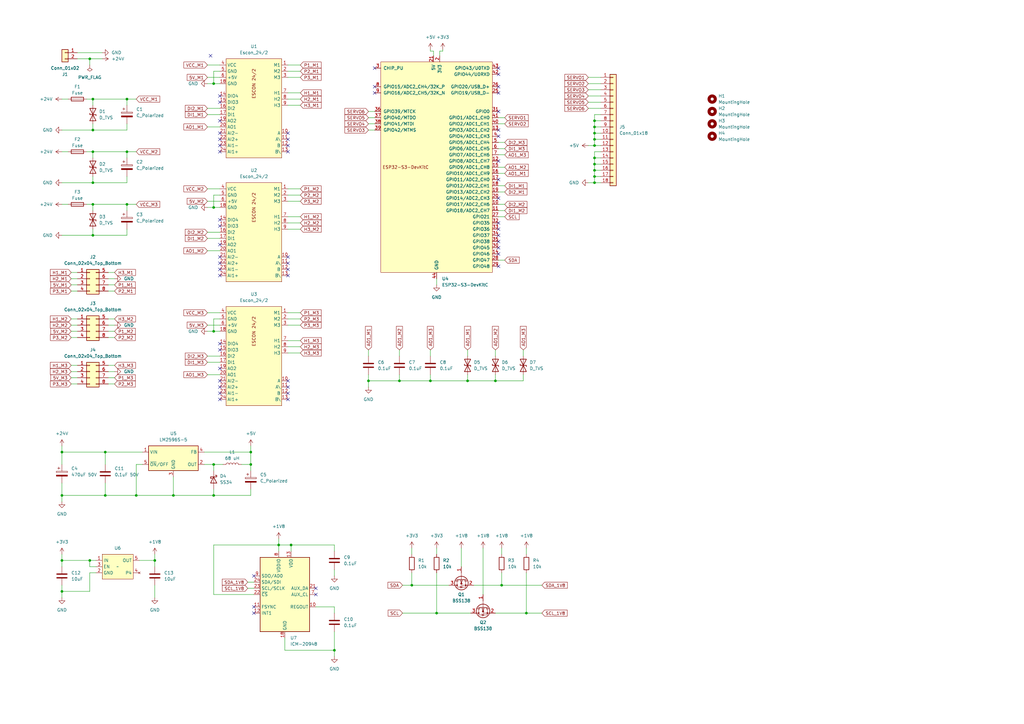
<source format=kicad_sch>
(kicad_sch (version 20230121) (generator eeschema)
  (paper "A3")
  (junction (at 243.84 54.61))
  (junction (at 43.18 185.42))
  (junction (at 87.63 190.5))
  (junction (at 38.1 96.52))
  (junction (at 215.9 251.46))
  (junction (at 38.1 62.23))
  (junction (at 25.4 203.2))
  (junction (at 119.38 223.52))
  (junction (at 243.84 49.53))
  (junction (at 151.13 156.21))
  (junction (at 52.07 62.23))
  (junction (at 87.63 34.29))
  (junction (at 38.1 74.93))
  (junction (at 71.12 203.2))
  (junction (at 25.4 185.42))
  (junction (at 243.84 69.85))
  (junction (at 36.83 24.13))
  (junction (at 191.77 156.21))
  (junction (at 243.84 72.39))
  (junction (at 243.84 52.07))
  (junction (at 87.63 85.09))
  (junction (at 63.5 229.87))
  (junction (at 176.53 156.21))
  (junction (at 102.87 190.5))
  (junction (at 243.84 57.15))
  (junction (at 163.83 156.21))
  (junction (at 205.74 240.03))
  (junction (at 38.1 83.82))
  (junction (at 114.3 223.52))
  (junction (at 36.83 229.87))
  (junction (at 243.84 64.77))
  (junction (at 243.84 67.31))
  (junction (at 25.4 229.87))
  (junction (at 52.07 83.82))
  (junction (at 243.84 59.69))
  (junction (at 168.91 240.03))
  (junction (at 102.87 185.42))
  (junction (at 43.18 203.2))
  (junction (at 179.07 251.46))
  (junction (at 87.63 135.89))
  (junction (at 55.88 203.2))
  (junction (at 38.1 40.64))
  (junction (at 25.4 242.57))
  (junction (at 87.63 203.2))
  (junction (at 52.07 40.64))
  (junction (at 38.1 53.34))
  (junction (at 137.16 266.7))
  (junction (at 203.2 156.21))
  (junction (at 243.84 74.93))
  (no_connect (at 118.11 107.95))
  (no_connect (at 204.47 30.48))
  (no_connect (at 204.47 73.66))
  (no_connect (at 104.14 248.92))
  (no_connect (at 204.47 45.72))
  (no_connect (at 90.17 161.29))
  (no_connect (at 118.11 156.21))
  (no_connect (at 90.17 110.49))
  (no_connect (at 90.17 158.75))
  (no_connect (at 90.17 49.53))
  (no_connect (at 118.11 110.49))
  (no_connect (at 90.17 156.21))
  (no_connect (at 204.47 101.6))
  (no_connect (at 129.54 243.84))
  (no_connect (at 90.17 105.41))
  (no_connect (at 90.17 59.69))
  (no_connect (at 104.14 251.46))
  (no_connect (at 118.11 54.61))
  (no_connect (at 118.11 113.03))
  (no_connect (at 90.17 57.15))
  (no_connect (at 204.47 99.06))
  (no_connect (at 90.17 54.61))
  (no_connect (at 90.17 143.51))
  (no_connect (at 90.17 107.95))
  (no_connect (at 90.17 113.03))
  (no_connect (at 204.47 93.98))
  (no_connect (at 204.47 55.88))
  (no_connect (at 204.47 109.22))
  (no_connect (at 118.11 105.41))
  (no_connect (at 90.17 62.23))
  (no_connect (at 129.54 241.3))
  (no_connect (at 204.47 38.1))
  (no_connect (at 204.47 96.52))
  (no_connect (at 118.11 57.15))
  (no_connect (at 90.17 100.33))
  (no_connect (at 204.47 35.56))
  (no_connect (at 204.47 53.34))
  (no_connect (at 204.47 27.94))
  (no_connect (at 104.14 236.22))
  (no_connect (at 90.17 140.97))
  (no_connect (at 90.17 92.71))
  (no_connect (at 118.11 163.83))
  (no_connect (at 153.67 35.56))
  (no_connect (at 86.36 22.86))
  (no_connect (at 90.17 41.91))
  (no_connect (at 90.17 39.37))
  (no_connect (at 118.11 161.29))
  (no_connect (at 204.47 91.44))
  (no_connect (at 204.47 66.04))
  (no_connect (at 204.47 81.28))
  (no_connect (at 153.67 38.1))
  (no_connect (at 90.17 151.13))
  (no_connect (at 118.11 62.23))
  (no_connect (at 204.47 104.14))
  (no_connect (at 90.17 163.83))
  (no_connect (at 153.67 27.94))
  (no_connect (at 118.11 158.75))
  (no_connect (at 118.11 59.69))
  (no_connect (at 90.17 90.17))
  (wire (pts (xy 204.47 86.36) (xy 207.01 86.36)))
  (wire (pts (xy 179.07 114.3) (xy 179.07 116.84)))
  (wire (pts (xy 29.21 135.89) (xy 31.75 135.89)))
  (wire (pts (xy 203.2 251.46) (xy 215.9 251.46)))
  (wire (pts (xy 87.63 135.89) (xy 90.17 135.89)))
  (wire (pts (xy 241.3 59.69) (xy 243.84 59.69)))
  (wire (pts (xy 114.3 220.98) (xy 114.3 223.52)))
  (wire (pts (xy 52.07 40.64) (xy 38.1 40.64)))
  (wire (pts (xy 204.47 50.8) (xy 207.01 50.8)))
  (wire (pts (xy 63.5 227.33) (xy 63.5 229.87)))
  (wire (pts (xy 29.21 114.3) (xy 31.75 114.3)))
  (wire (pts (xy 176.53 153.67) (xy 176.53 156.21)))
  (wire (pts (xy 44.45 133.35) (xy 46.99 133.35)))
  (wire (pts (xy 243.84 69.85) (xy 243.84 72.39)))
  (wire (pts (xy 85.09 31.75) (xy 90.17 31.75)))
  (wire (pts (xy 29.21 119.38) (xy 31.75 119.38)))
  (wire (pts (xy 52.07 62.23) (xy 55.88 62.23)))
  (wire (pts (xy 25.4 198.12) (xy 25.4 203.2)))
  (wire (pts (xy 38.1 96.52) (xy 38.1 93.98)))
  (wire (pts (xy 52.07 64.77) (xy 52.07 62.23)))
  (wire (pts (xy 114.3 223.52) (xy 114.3 226.06)))
  (wire (pts (xy 241.3 36.83) (xy 246.38 36.83)))
  (wire (pts (xy 203.2 153.67) (xy 203.2 156.21)))
  (wire (pts (xy 83.82 190.5) (xy 87.63 190.5)))
  (wire (pts (xy 85.09 85.09) (xy 87.63 85.09)))
  (wire (pts (xy 25.4 74.93) (xy 38.1 74.93)))
  (wire (pts (xy 194.31 240.03) (xy 205.74 240.03)))
  (wire (pts (xy 38.1 40.64) (xy 38.1 43.18)))
  (wire (pts (xy 198.12 224.79) (xy 198.12 243.84)))
  (wire (pts (xy 119.38 226.06) (xy 119.38 223.52)))
  (wire (pts (xy 179.07 224.79) (xy 179.07 227.33)))
  (wire (pts (xy 58.42 190.5) (xy 55.88 190.5)))
  (wire (pts (xy 102.87 182.88) (xy 102.87 185.42)))
  (wire (pts (xy 55.88 190.5) (xy 55.88 203.2)))
  (wire (pts (xy 204.47 68.58) (xy 207.01 68.58)))
  (wire (pts (xy 52.07 43.18) (xy 52.07 40.64)))
  (wire (pts (xy 204.47 63.5) (xy 207.01 63.5)))
  (wire (pts (xy 118.11 139.7) (xy 123.19 139.7)))
  (wire (pts (xy 52.07 83.82) (xy 55.88 83.82)))
  (wire (pts (xy 176.53 20.955) (xy 177.8 20.955)))
  (wire (pts (xy 137.16 233.68) (xy 137.16 236.22)))
  (wire (pts (xy 137.16 248.92) (xy 137.16 251.46)))
  (wire (pts (xy 102.87 203.2) (xy 87.63 203.2)))
  (wire (pts (xy 246.38 72.39) (xy 243.84 72.39)))
  (wire (pts (xy 189.23 224.79) (xy 189.23 232.41)))
  (wire (pts (xy 243.84 49.53) (xy 243.84 46.99)))
  (wire (pts (xy 137.16 226.06) (xy 137.16 223.52)))
  (wire (pts (xy 44.45 114.3) (xy 46.99 114.3)))
  (wire (pts (xy 52.07 86.36) (xy 52.07 83.82)))
  (wire (pts (xy 25.4 53.34) (xy 38.1 53.34)))
  (wire (pts (xy 38.1 83.82) (xy 38.1 86.36)))
  (wire (pts (xy 191.77 153.67) (xy 191.77 156.21)))
  (wire (pts (xy 85.09 128.27) (xy 90.17 128.27)))
  (wire (pts (xy 44.45 116.84) (xy 46.99 116.84)))
  (wire (pts (xy 246.38 54.61) (xy 243.84 54.61)))
  (wire (pts (xy 118.11 38.1) (xy 123.19 38.1)))
  (wire (pts (xy 35.56 62.23) (xy 38.1 62.23)))
  (wire (pts (xy 118.11 128.27) (xy 123.19 128.27)))
  (wire (pts (xy 38.1 96.52) (xy 52.07 96.52)))
  (wire (pts (xy 176.53 143.51) (xy 176.53 146.05)))
  (wire (pts (xy 25.4 240.03) (xy 25.4 242.57)))
  (wire (pts (xy 205.74 234.95) (xy 205.74 240.03)))
  (wire (pts (xy 243.84 46.99) (xy 246.38 46.99)))
  (wire (pts (xy 137.16 266.7) (xy 137.16 269.24)))
  (wire (pts (xy 163.83 156.21) (xy 176.53 156.21)))
  (wire (pts (xy 165.1 251.46) (xy 179.07 251.46)))
  (wire (pts (xy 246.38 59.69) (xy 243.84 59.69)))
  (wire (pts (xy 85.09 34.29) (xy 87.63 34.29)))
  (wire (pts (xy 29.21 157.48) (xy 31.75 157.48)))
  (wire (pts (xy 243.84 52.07) (xy 243.84 49.53)))
  (wire (pts (xy 118.11 130.81) (xy 123.19 130.81)))
  (wire (pts (xy 246.38 49.53) (xy 243.84 49.53)))
  (wire (pts (xy 52.07 50.8) (xy 52.07 53.34)))
  (wire (pts (xy 241.3 34.29) (xy 246.38 34.29)))
  (wire (pts (xy 151.13 50.8) (xy 153.67 50.8)))
  (wire (pts (xy 246.38 67.31) (xy 243.84 67.31)))
  (wire (pts (xy 118.11 26.67) (xy 123.19 26.67)))
  (wire (pts (xy 29.21 130.81) (xy 31.75 130.81)))
  (wire (pts (xy 25.4 229.87) (xy 25.4 232.41)))
  (wire (pts (xy 241.3 74.93) (xy 243.84 74.93)))
  (wire (pts (xy 52.07 72.39) (xy 52.07 74.93)))
  (wire (pts (xy 163.83 143.51) (xy 163.83 146.05)))
  (wire (pts (xy 246.38 74.93) (xy 243.84 74.93)))
  (wire (pts (xy 181.61 20.955) (xy 180.34 20.955)))
  (wire (pts (xy 116.84 266.7) (xy 137.16 266.7)))
  (wire (pts (xy 129.54 248.92) (xy 137.16 248.92)))
  (wire (pts (xy 204.47 83.82) (xy 207.01 83.82)))
  (wire (pts (xy 118.11 77.47) (xy 123.19 77.47)))
  (wire (pts (xy 87.63 190.5) (xy 91.44 190.5)))
  (wire (pts (xy 168.91 224.79) (xy 168.91 227.33)))
  (wire (pts (xy 168.91 234.95) (xy 168.91 240.03)))
  (wire (pts (xy 203.2 143.51) (xy 203.2 146.05)))
  (wire (pts (xy 39.37 232.41) (xy 36.83 232.41)))
  (wire (pts (xy 85.09 135.89) (xy 87.63 135.89)))
  (wire (pts (xy 44.45 149.86) (xy 46.99 149.86)))
  (wire (pts (xy 38.1 53.34) (xy 52.07 53.34)))
  (wire (pts (xy 29.21 111.76) (xy 31.75 111.76)))
  (wire (pts (xy 204.47 106.68) (xy 207.01 106.68)))
  (wire (pts (xy 204.47 60.96) (xy 207.01 60.96)))
  (wire (pts (xy 191.77 156.21) (xy 203.2 156.21)))
  (wire (pts (xy 25.4 203.2) (xy 43.18 203.2)))
  (wire (pts (xy 241.3 44.45) (xy 246.38 44.45)))
  (wire (pts (xy 85.09 146.05) (xy 90.17 146.05)))
  (wire (pts (xy 116.84 261.62) (xy 116.84 266.7)))
  (wire (pts (xy 118.11 144.78) (xy 123.19 144.78)))
  (wire (pts (xy 36.83 234.95) (xy 36.83 242.57)))
  (wire (pts (xy 85.09 95.25) (xy 90.17 95.25)))
  (wire (pts (xy 29.21 116.84) (xy 31.75 116.84)))
  (wire (pts (xy 181.61 20.32) (xy 181.61 20.955)))
  (wire (pts (xy 35.56 40.64) (xy 38.1 40.64)))
  (wire (pts (xy 87.63 80.01) (xy 87.63 85.09)))
  (wire (pts (xy 25.4 96.52) (xy 38.1 96.52)))
  (wire (pts (xy 85.09 102.87) (xy 90.17 102.87)))
  (wire (pts (xy 43.18 185.42) (xy 58.42 185.42)))
  (wire (pts (xy 151.13 53.34) (xy 153.67 53.34)))
  (wire (pts (xy 85.09 97.79) (xy 90.17 97.79)))
  (wire (pts (xy 25.4 83.82) (xy 27.94 83.82)))
  (wire (pts (xy 71.12 195.58) (xy 71.12 203.2)))
  (wire (pts (xy 57.15 229.87) (xy 63.5 229.87)))
  (wire (pts (xy 243.84 72.39) (xy 243.84 74.93)))
  (wire (pts (xy 243.84 59.69) (xy 243.84 57.15)))
  (wire (pts (xy 90.17 29.21) (xy 87.63 29.21)))
  (wire (pts (xy 43.18 198.12) (xy 43.18 203.2)))
  (wire (pts (xy 52.07 40.64) (xy 55.88 40.64)))
  (wire (pts (xy 36.83 232.41) (xy 36.83 229.87)))
  (wire (pts (xy 205.74 240.03) (xy 222.25 240.03)))
  (wire (pts (xy 177.8 20.955) (xy 177.8 22.86)))
  (wire (pts (xy 137.16 259.08) (xy 137.16 266.7)))
  (wire (pts (xy 191.77 143.51) (xy 191.77 146.05)))
  (wire (pts (xy 204.47 76.2) (xy 207.01 76.2)))
  (wire (pts (xy 90.17 130.81) (xy 87.63 130.81)))
  (wire (pts (xy 25.4 62.23) (xy 27.94 62.23)))
  (wire (pts (xy 87.63 190.5) (xy 87.63 193.04)))
  (wire (pts (xy 102.87 200.66) (xy 102.87 203.2)))
  (wire (pts (xy 25.4 227.33) (xy 25.4 229.87)))
  (wire (pts (xy 25.4 185.42) (xy 43.18 185.42)))
  (wire (pts (xy 63.5 240.03) (xy 63.5 245.11)))
  (wire (pts (xy 44.45 130.81) (xy 46.99 130.81)))
  (wire (pts (xy 176.53 156.21) (xy 191.77 156.21)))
  (wire (pts (xy 165.1 240.03) (xy 168.91 240.03)))
  (wire (pts (xy 38.1 74.93) (xy 52.07 74.93)))
  (wire (pts (xy 119.38 223.52) (xy 114.3 223.52)))
  (wire (pts (xy 118.11 88.9) (xy 123.19 88.9)))
  (wire (pts (xy 83.82 185.42) (xy 102.87 185.42)))
  (wire (pts (xy 87.63 200.66) (xy 87.63 203.2)))
  (wire (pts (xy 38.1 74.93) (xy 38.1 72.39)))
  (wire (pts (xy 25.4 40.64) (xy 27.94 40.64)))
  (wire (pts (xy 246.38 64.77) (xy 243.84 64.77)))
  (wire (pts (xy 176.53 20.32) (xy 176.53 20.955)))
  (wire (pts (xy 243.84 54.61) (xy 243.84 52.07)))
  (wire (pts (xy 180.34 20.955) (xy 180.34 22.86)))
  (wire (pts (xy 29.21 138.43) (xy 31.75 138.43)))
  (wire (pts (xy 204.47 78.74) (xy 207.01 78.74)))
  (wire (pts (xy 85.09 52.07) (xy 90.17 52.07)))
  (wire (pts (xy 25.4 203.2) (xy 25.4 205.74)))
  (wire (pts (xy 168.91 240.03) (xy 184.15 240.03)))
  (wire (pts (xy 52.07 83.82) (xy 38.1 83.82)))
  (wire (pts (xy 36.83 24.13) (xy 36.83 26.67)))
  (wire (pts (xy 85.09 133.35) (xy 90.17 133.35)))
  (wire (pts (xy 246.38 57.15) (xy 243.84 57.15)))
  (wire (pts (xy 87.63 223.52) (xy 87.63 243.84)))
  (wire (pts (xy 85.09 82.55) (xy 90.17 82.55)))
  (wire (pts (xy 29.21 154.94) (xy 31.75 154.94)))
  (wire (pts (xy 25.4 185.42) (xy 25.4 190.5)))
  (wire (pts (xy 118.11 43.18) (xy 123.19 43.18)))
  (wire (pts (xy 36.83 229.87) (xy 39.37 229.87)))
  (wire (pts (xy 44.45 157.48) (xy 46.99 157.48)))
  (wire (pts (xy 118.11 82.55) (xy 123.19 82.55)))
  (wire (pts (xy 204.47 88.9) (xy 207.01 88.9)))
  (wire (pts (xy 44.45 152.4) (xy 46.99 152.4)))
  (wire (pts (xy 29.21 149.86) (xy 31.75 149.86)))
  (wire (pts (xy 85.09 46.99) (xy 90.17 46.99)))
  (wire (pts (xy 87.63 34.29) (xy 90.17 34.29)))
  (wire (pts (xy 246.38 69.85) (xy 243.84 69.85)))
  (wire (pts (xy 44.45 154.94) (xy 46.99 154.94)))
  (wire (pts (xy 87.63 29.21) (xy 87.63 34.29)))
  (wire (pts (xy 44.45 119.38) (xy 46.99 119.38)))
  (wire (pts (xy 35.56 83.82) (xy 38.1 83.82)))
  (wire (pts (xy 102.87 190.5) (xy 102.87 193.04)))
  (wire (pts (xy 43.18 203.2) (xy 55.88 203.2)))
  (wire (pts (xy 215.9 234.95) (xy 215.9 251.46)))
  (wire (pts (xy 85.09 148.59) (xy 90.17 148.59)))
  (wire (pts (xy 215.9 251.46) (xy 222.25 251.46)))
  (wire (pts (xy 39.37 234.95) (xy 36.83 234.95)))
  (wire (pts (xy 31.75 21.59) (xy 41.91 21.59)))
  (wire (pts (xy 151.13 143.51) (xy 151.13 146.05)))
  (wire (pts (xy 38.1 53.34) (xy 38.1 50.8)))
  (wire (pts (xy 85.09 77.47) (xy 90.17 77.47)))
  (wire (pts (xy 243.84 64.77) (xy 243.84 62.23)))
  (wire (pts (xy 25.4 229.87) (xy 36.83 229.87)))
  (wire (pts (xy 151.13 156.21) (xy 151.13 158.75)))
  (wire (pts (xy 43.18 185.42) (xy 43.18 190.5)))
  (wire (pts (xy 243.84 62.23) (xy 246.38 62.23)))
  (wire (pts (xy 118.11 93.98) (xy 123.19 93.98)))
  (wire (pts (xy 246.38 52.07) (xy 243.84 52.07)))
  (wire (pts (xy 44.45 135.89) (xy 46.99 135.89)))
  (wire (pts (xy 204.47 71.12) (xy 207.01 71.12)))
  (wire (pts (xy 87.63 130.81) (xy 87.63 135.89)))
  (wire (pts (xy 87.63 243.84) (xy 104.14 243.84)))
  (wire (pts (xy 118.11 29.21) (xy 123.19 29.21)))
  (wire (pts (xy 151.13 48.26) (xy 153.67 48.26)))
  (wire (pts (xy 29.21 133.35) (xy 31.75 133.35)))
  (wire (pts (xy 44.45 138.43) (xy 46.99 138.43)))
  (wire (pts (xy 214.63 153.67) (xy 214.63 156.21)))
  (wire (pts (xy 85.09 26.67) (xy 90.17 26.67)))
  (wire (pts (xy 90.17 80.01) (xy 87.63 80.01)))
  (wire (pts (xy 204.47 48.26) (xy 207.01 48.26)))
  (wire (pts (xy 118.11 31.75) (xy 123.19 31.75)))
  (wire (pts (xy 179.07 251.46) (xy 193.04 251.46)))
  (wire (pts (xy 87.63 203.2) (xy 71.12 203.2)))
  (wire (pts (xy 205.74 224.79) (xy 205.74 227.33)))
  (wire (pts (xy 118.11 133.35) (xy 123.19 133.35)))
  (wire (pts (xy 241.3 41.91) (xy 246.38 41.91)))
  (wire (pts (xy 243.84 67.31) (xy 243.84 69.85)))
  (wire (pts (xy 114.3 223.52) (xy 87.63 223.52)))
  (wire (pts (xy 118.11 142.24) (xy 123.19 142.24)))
  (wire (pts (xy 38.1 62.23) (xy 38.1 64.77)))
  (wire (pts (xy 71.12 203.2) (xy 55.88 203.2)))
  (wire (pts (xy 137.16 223.52) (xy 119.38 223.52)))
  (wire (pts (xy 151.13 156.21) (xy 163.83 156.21)))
  (wire (pts (xy 243.84 64.77) (xy 243.84 67.31)))
  (wire (pts (xy 87.63 85.09) (xy 90.17 85.09)))
  (wire (pts (xy 85.09 153.67) (xy 90.17 153.67)))
  (wire (pts (xy 151.13 153.67) (xy 151.13 156.21)))
  (wire (pts (xy 99.06 190.5) (xy 102.87 190.5)))
  (wire (pts (xy 52.07 93.98) (xy 52.07 96.52)))
  (wire (pts (xy 179.07 234.95) (xy 179.07 251.46)))
  (wire (pts (xy 163.83 153.67) (xy 163.83 156.21)))
  (wire (pts (xy 44.45 111.76) (xy 46.99 111.76)))
  (wire (pts (xy 101.6 238.76) (xy 104.14 238.76)))
  (wire (pts (xy 118.11 40.64) (xy 123.19 40.64)))
  (wire (pts (xy 215.9 224.79) (xy 215.9 227.33)))
  (wire (pts (xy 85.09 44.45) (xy 90.17 44.45)))
  (wire (pts (xy 243.84 54.61) (xy 243.84 57.15)))
  (wire (pts (xy 29.21 152.4) (xy 31.75 152.4)))
  (wire (pts (xy 31.75 24.13) (xy 36.83 24.13)))
  (wire (pts (xy 241.3 39.37) (xy 246.38 39.37)))
  (wire (pts (xy 25.4 242.57) (xy 25.4 245.11)))
  (wire (pts (xy 25.4 242.57) (xy 36.83 242.57)))
  (wire (pts (xy 63.5 229.87) (xy 63.5 232.41)))
  (wire (pts (xy 101.6 241.3) (xy 104.14 241.3)))
  (wire (pts (xy 25.4 182.88) (xy 25.4 185.42)))
  (wire (pts (xy 52.07 62.23) (xy 38.1 62.23)))
  (wire (pts (xy 204.47 58.42) (xy 207.01 58.42)))
  (wire (pts (xy 203.2 156.21) (xy 214.63 156.21)))
  (wire (pts (xy 118.11 80.01) (xy 123.19 80.01)))
  (wire (pts (xy 151.13 45.72) (xy 153.67 45.72)))
  (wire (pts (xy 214.63 143.51) (xy 214.63 146.05)))
  (wire (pts (xy 241.3 31.75) (xy 246.38 31.75)))
  (wire (pts (xy 118.11 91.44) (xy 123.19 91.44)))
  (wire (pts (xy 36.83 24.13) (xy 41.91 24.13)))
  (wire (pts (xy 102.87 190.5) (xy 102.87 185.42)))
  (global_label "H3_M1" (shape input) (at 123.19 43.18 0) (property "Intersheetrefs" "${INTERSHEET_REFS}" (effects hide)))
  (global_label "SDA_1V8" (shape input) (at 101.6 238.76 180) (property "Intersheetrefs" "${INTERSHEET_REFS}" (effects hide)))
  (global_label "P1_M2" (shape input) (at 123.19 77.47 0) (property "Intersheetrefs" "${INTERSHEET_REFS}" (effects hide)))
  (global_label "H1_M3" (shape input) (at 123.19 139.7 0) (property "Intersheetrefs" "${INTERSHEET_REFS}" (effects hide)))
  (global_label "VCC_M3" (shape input) (at 85.09 128.27 180) (property "Intersheetrefs" "${INTERSHEET_REFS}" (effects hide)))
  (global_label "DI1_M3" (shape input) (at 85.09 148.59 180) (property "Intersheetrefs" "${INTERSHEET_REFS}" (effects hide)))
  (global_label "SERVO3" (shape input) (at 241.3 36.83 180) (property "Intersheetrefs" "${INTERSHEET_REFS}" (effects hide)))
  (global_label "P1_M2" (shape input) (at 46.99 135.89 0) (property "Intersheetrefs" "${INTERSHEET_REFS}" (effects hide)))
  (global_label "H3_M2" (shape input) (at 46.99 130.81 0) (property "Intersheetrefs" "${INTERSHEET_REFS}" (effects hide)))
  (global_label "H1_M1" (shape input) (at 123.19 38.1 0) (property "Intersheetrefs" "${INTERSHEET_REFS}" (effects hide)))
  (global_label "SERVO5" (shape input) (at 241.3 41.91 180) (property "Intersheetrefs" "${INTERSHEET_REFS}" (effects hide)))
  (global_label "SCL_1V8" (shape input) (at 101.6 241.3 180) (property "Intersheetrefs" "${INTERSHEET_REFS}" (effects hide)))
  (global_label "SERVO3" (shape input) (at 151.13 53.34 180) (property "Intersheetrefs" "${INTERSHEET_REFS}" (effects hide)))
  (global_label "AO1_M2" (shape input) (at 163.83 143.51 90) (property "Intersheetrefs" "${INTERSHEET_REFS}" (effects hide)))
  (global_label "H2_M1" (shape input) (at 29.21 114.3 180) (property "Intersheetrefs" "${INTERSHEET_REFS}" (effects hide)))
  (global_label "H2_M2" (shape input) (at 123.19 91.44 0) (property "Intersheetrefs" "${INTERSHEET_REFS}" (effects hide)))
  (global_label "VCC_M2" (shape input) (at 55.88 62.23 0) (property "Intersheetrefs" "${INTERSHEET_REFS}" (effects hide)))
  (global_label "SDA" (shape input) (at 165.1 240.03 180) (property "Intersheetrefs" "${INTERSHEET_REFS}" (effects hide)))
  (global_label "H2_M2" (shape input) (at 29.21 133.35 180) (property "Intersheetrefs" "${INTERSHEET_REFS}" (effects hide)))
  (global_label "DI2_M1" (shape input) (at 85.09 44.45 180) (property "Intersheetrefs" "${INTERSHEET_REFS}" (effects hide)))
  (global_label "AO1_M2" (shape input) (at 85.09 102.87 180) (property "Intersheetrefs" "${INTERSHEET_REFS}" (effects hide)))
  (global_label "H3_M2" (shape input) (at 123.19 93.98 0) (property "Intersheetrefs" "${INTERSHEET_REFS}" (effects hide)))
  (global_label "P3_M1" (shape input) (at 123.19 31.75 0) (property "Intersheetrefs" "${INTERSHEET_REFS}" (effects hide)))
  (global_label "P3_M1" (shape input) (at 29.21 119.38 180) (property "Intersheetrefs" "${INTERSHEET_REFS}" (effects hide)))
  (global_label "SERVO1" (shape input) (at 207.01 48.26 0) (property "Intersheetrefs" "${INTERSHEET_REFS}" (effects hide)))
  (global_label "SERVO1" (shape input) (at 241.3 31.75 180) (property "Intersheetrefs" "${INTERSHEET_REFS}" (effects hide)))
  (global_label "SCL" (shape input) (at 165.1 251.46 180) (property "Intersheetrefs" "${INTERSHEET_REFS}" (effects hide)))
  (global_label "DI1_M2" (shape input) (at 85.09 97.79 180) (property "Intersheetrefs" "${INTERSHEET_REFS}" (effects hide)))
  (global_label "P3_M2" (shape input) (at 29.21 138.43 180) (property "Intersheetrefs" "${INTERSHEET_REFS}" (effects hide)))
  (global_label "H1_M2" (shape input) (at 123.19 88.9 0) (property "Intersheetrefs" "${INTERSHEET_REFS}" (effects hide)))
  (global_label "SCL_1V8" (shape input) (at 222.25 251.46 0) (property "Intersheetrefs" "${INTERSHEET_REFS}" (effects hide)))
  (global_label "AO1_M1" (shape input) (at 207.01 71.12 0) (property "Intersheetrefs" "${INTERSHEET_REFS}" (effects hide)))
  (global_label "AO1_M1" (shape input) (at 85.09 52.07 180) (property "Intersheetrefs" "${INTERSHEET_REFS}" (effects hide)))
  (global_label "AO1_M3" (shape input) (at 207.01 63.5 0) (property "Intersheetrefs" "${INTERSHEET_REFS}" (effects hide)))
  (global_label "SERVO6" (shape input) (at 151.13 45.72 180) (property "Intersheetrefs" "${INTERSHEET_REFS}" (effects hide)))
  (global_label "P3_M2" (shape input) (at 123.19 82.55 0) (property "Intersheetrefs" "${INTERSHEET_REFS}" (effects hide)))
  (global_label "5V_M2" (shape input) (at 85.09 82.55 180) (property "Intersheetrefs" "${INTERSHEET_REFS}" (effects hide)))
  (global_label "H2_M1" (shape input) (at 123.19 40.64 0) (property "Intersheetrefs" "${INTERSHEET_REFS}" (effects hide)))
  (global_label "P2_M3" (shape input) (at 123.19 130.81 0) (property "Intersheetrefs" "${INTERSHEET_REFS}" (effects hide)))
  (global_label "P2_M3" (shape input) (at 46.99 157.48 0) (property "Intersheetrefs" "${INTERSHEET_REFS}" (effects hide)))
  (global_label "SCL" (shape input) (at 207.01 88.9 0) (property "Intersheetrefs" "${INTERSHEET_REFS}" (effects hide)))
  (global_label "P2_M1" (shape input) (at 123.19 29.21 0) (property "Intersheetrefs" "${INTERSHEET_REFS}" (effects hide)))
  (global_label "P1_M3" (shape input) (at 123.19 128.27 0) (property "Intersheetrefs" "${INTERSHEET_REFS}" (effects hide)))
  (global_label "VCC_M1" (shape input) (at 55.88 40.64 0) (property "Intersheetrefs" "${INTERSHEET_REFS}" (effects hide)))
  (global_label "H1_M2" (shape input) (at 29.21 130.81 180) (property "Intersheetrefs" "${INTERSHEET_REFS}" (effects hide)))
  (global_label "SERVO2" (shape input) (at 241.3 34.29 180) (property "Intersheetrefs" "${INTERSHEET_REFS}" (effects hide)))
  (global_label "SDA_1V8" (shape input) (at 222.25 240.03 0) (property "Intersheetrefs" "${INTERSHEET_REFS}" (effects hide)))
  (global_label "P3_M3" (shape input) (at 29.21 157.48 180) (property "Intersheetrefs" "${INTERSHEET_REFS}" (effects hide)))
  (global_label "P1_M1" (shape input) (at 46.99 116.84 0) (property "Intersheetrefs" "${INTERSHEET_REFS}" (effects hide)))
  (global_label "5V_M3" (shape input) (at 85.09 133.35 180) (property "Intersheetrefs" "${INTERSHEET_REFS}" (effects hide)))
  (global_label "AO1_M1" (shape input) (at 151.13 143.51 90) (property "Intersheetrefs" "${INTERSHEET_REFS}" (effects hide)))
  (global_label "H3_M1" (shape input) (at 46.99 111.76 0) (property "Intersheetrefs" "${INTERSHEET_REFS}" (effects hide)))
  (global_label "P1_M1" (shape input) (at 123.19 26.67 0) (property "Intersheetrefs" "${INTERSHEET_REFS}" (effects hide)))
  (global_label "P1_M3" (shape input) (at 46.99 154.94 0) (property "Intersheetrefs" "${INTERSHEET_REFS}" (effects hide)))
  (global_label "H3_M3" (shape input) (at 123.19 144.78 0) (property "Intersheetrefs" "${INTERSHEET_REFS}" (effects hide)))
  (global_label "DI2_M3" (shape input) (at 207.01 58.42 0) (property "Intersheetrefs" "${INTERSHEET_REFS}" (effects hide)))
  (global_label "SERVO6" (shape input) (at 241.3 44.45 180) (property "Intersheetrefs" "${INTERSHEET_REFS}" (effects hide)))
  (global_label "5V_M3" (shape input) (at 29.21 154.94 180) (property "Intersheetrefs" "${INTERSHEET_REFS}" (effects hide)))
  (global_label "AO1_M1" (shape input) (at 191.77 143.51 90) (property "Intersheetrefs" "${INTERSHEET_REFS}" (effects hide)))
  (global_label "AO1_M2" (shape input) (at 203.2 143.51 90) (property "Intersheetrefs" "${INTERSHEET_REFS}" (effects hide)))
  (global_label "SERVO4" (shape input) (at 241.3 39.37 180) (property "Intersheetrefs" "${INTERSHEET_REFS}" (effects hide)))
  (global_label "H1_M3" (shape input) (at 29.21 149.86 180) (property "Intersheetrefs" "${INTERSHEET_REFS}" (effects hide)))
  (global_label "VCC_M3" (shape input) (at 55.88 83.82 0) (property "Intersheetrefs" "${INTERSHEET_REFS}" (effects hide)))
  (global_label "5V_M1" (shape input) (at 85.09 31.75 180) (property "Intersheetrefs" "${INTERSHEET_REFS}" (effects hide)))
  (global_label "AO1_M3" (shape input) (at 214.63 143.51 90) (property "Intersheetrefs" "${INTERSHEET_REFS}" (effects hide)))
  (global_label "SDA" (shape input) (at 207.01 106.68 0) (property "Intersheetrefs" "${INTERSHEET_REFS}" (effects hide)))
  (global_label "DI2_M1" (shape input) (at 207.01 78.74 0) (property "Intersheetrefs" "${INTERSHEET_REFS}" (effects hide)))
  (global_label "SERVO2" (shape input) (at 207.01 50.8 0) (property "Intersheetrefs" "${INTERSHEET_REFS}" (effects hide)))
  (global_label "SERVO5" (shape input) (at 151.13 48.26 180) (property "Intersheetrefs" "${INTERSHEET_REFS}" (effects hide)))
  (global_label "DI1_M3" (shape input) (at 207.01 60.96 0) (property "Intersheetrefs" "${INTERSHEET_REFS}" (effects hide)))
  (global_label "H2_M3" (shape input) (at 123.19 142.24 0) (property "Intersheetrefs" "${INTERSHEET_REFS}" (effects hide)))
  (global_label "VCC_M2" (shape input) (at 85.09 77.47 180) (property "Intersheetrefs" "${INTERSHEET_REFS}" (effects hide)))
  (global_label "AO1_M3" (shape input) (at 176.53 143.51 90) (property "Intersheetrefs" "${INTERSHEET_REFS}" (effects hide)))
  (global_label "AO1_M3" (shape input) (at 85.09 153.67 180) (property "Intersheetrefs" "${INTERSHEET_REFS}" (effects hide)))
  (global_label "P2_M2" (shape input) (at 123.19 80.01 0) (property "Intersheetrefs" "${INTERSHEET_REFS}" (effects hide)))
  (global_label "DI1_M2" (shape input) (at 207.01 86.36 0) (property "Intersheetrefs" "${INTERSHEET_REFS}" (effects hide)))
  (global_label "DI2_M2" (shape input) (at 207.01 83.82 0) (property "Intersheetrefs" "${INTERSHEET_REFS}" (effects hide)))
  (global_label "SERVO4" (shape input) (at 151.13 50.8 180) (property "Intersheetrefs" "${INTERSHEET_REFS}" (effects hide)))
  (global_label "H2_M3" (shape input) (at 29.21 152.4 180) (property "Intersheetrefs" "${INTERSHEET_REFS}" (effects hide)))
  (global_label "H1_M1" (shape input) (at 29.21 111.76 180) (property "Intersheetrefs" "${INTERSHEET_REFS}" (effects hide)))
  (global_label "DI2_M3" (shape input) (at 85.09 146.05 180) (property "Intersheetrefs" "${INTERSHEET_REFS}" (effects hide)))
  (global_label "5V_M2" (shape input) (at 29.21 135.89 180) (property "Intersheetrefs" "${INTERSHEET_REFS}" (effects hide)))
  (global_label "VCC_M1" (shape input) (at 85.09 26.67 180) (property "Intersheetrefs" "${INTERSHEET_REFS}" (effects hide)))
  (global_label "DI1_M1" (shape input) (at 207.01 76.2 0) (property "Intersheetrefs" "${INTERSHEET_REFS}" (effects hide)))
  (global_label "5V_M1" (shape input) (at 29.21 116.84 180) (property "Intersheetrefs" "${INTERSHEET_REFS}" (effects hide)))
  (global_label "P2_M1" (shape input) (at 46.99 119.38 0) (property "Intersheetrefs" "${INTERSHEET_REFS}" (effects hide)))
  (global_label "H3_M3" (shape input) (at 46.99 149.86 0) (property "Intersheetrefs" "${INTERSHEET_REFS}" (effects hide)))
  (global_label "P2_M2" (shape input) (at 46.99 138.43 0) (property "Intersheetrefs" "${INTERSHEET_REFS}" (effects hide)))
  (global_label "AO1_M2" (shape input) (at 207.01 68.58 0) (property "Intersheetrefs" "${INTERSHEET_REFS}" (effects hide)))
  (global_label "DI2_M2" (shape input) (at 85.09 95.25 180) (property "Intersheetrefs" "${INTERSHEET_REFS}" (effects hide)))
  (global_label "P3_M3" (shape input) (at 123.19 133.35 0) (property "Intersheetrefs" "${INTERSHEET_REFS}" (effects hide)))
  (global_label "DI1_M1" (shape input) (at 85.09 46.99 180) (property "Intersheetrefs" "${INTERSHEET_REFS}" (effects hide)))
  (symbol (lib_id "Device:R") (at 168.91 231.14 0) (unit 1)
    (property "Reference" "R1" (at 171.45 229.87 0) (effects (justify left)))
    (property "Value" "10k" (at 171.45 232.41 0) (effects (justify left)))
    (property "Footprint" "Resistor_SMD:R_0603_1608Metric" (effects hide))
  )
  (symbol (lib_id "power:+1V8") (at 189.23 224.79 0) (unit 1)
    (property "Reference" "#PWR07" (effects hide))
    (property "Value" "+1V8" (at 189.23 219.71 0))
  )
  (symbol (lib_id "Device:R") (at 215.9 231.14 0) (unit 1)
    (property "Reference" "R4" (at 218.4993 229.87 0) (effects (justify left)))
    (property "Value" "10k" (at 218.4993 232.41 0) (effects (justify left)))
    (property "Footprint" "Resistor_SMD:R_0603_1608Metric" (effects hide))
  )
  (symbol (lib_id "Diode:1N5822") (at 87.63 196.85 270) (unit 1)
    (property "Reference" "D4" (at 90.17 195.2625 90) (effects (justify left)))
    (property "Value" "SS34" (at 90.17 197.8025 90) (effects (justify left)))
    (property "Footprint" "Diode_SMD:D_SOD-123F" (effects hide))
    (property "Datasheet" "http://www.vishay.com/docs/88526/1n5820.pdf" (effects hide))
  )
  (symbol (lib_id "Regulator_Switching:LM2596S-5") (at 71.12 187.96 0) (unit 1)
    (property "Reference" "U5" (at 71.12 177.8 0))
    (property "Value" "LM2596S-5" (at 71.12 180.34 0))
    (property "Footprint" "Package_TO_SOT_SMD:TO-263-5_TabPin3" (effects hide))
    (property "Datasheet" "http://www.ti.com/lit/ds/symlink/lm2596.pdf" (effects hide))
  )
  (symbol (lib_id "cube-motherboard:MIC5225-1.8V") (at 48.26 232.41 0) (unit 1)
    (property "Reference" "U6" (at 48.26 224.79 0))
    (property "Value" "~" (at 48.26 232.41 0))
    (property "Footprint" "Package_TO_SOT_SMD:SOT-23-5" (effects hide))
  )
  (symbol (lib_id "Device:C") (at 25.4 236.22 0) (unit 1)
    (property "Reference" "C12" (at 29.21 234.95 0) (effects (justify left)))
    (property "Value" "10uF" (at 29.21 237.49 0) (effects (justify left)))
    (property "Footprint" "Capacitor_SMD:C_0603_1608Metric" (effects hide))
  )
  (symbol (lib_id "Device:D_TVS") (at 38.1 90.17 90) (unit 1)
    (property "Reference" "D3" (at 40.64 88.9 90) (effects (justify right)))
    (property "Value" "D_TVS" (at 40.64 91.44 90) (effects (justify right)))
    (property "Footprint" "Diode_SMD:D_SMB" (effects hide))
  )
  (symbol (lib_id "Device:D_TVS") (at 38.1 46.99 90) (unit 1)
    (property "Reference" "D1" (at 40.64 45.72 90) (effects (justify right)))
    (property "Value" "D_TVS" (at 40.64 48.26 90) (effects (justify right)))
    (property "Footprint" "Diode_SMD:D_SMB" (effects hide))
  )
  (symbol (lib_id "power:+5V") (at 176.53 20.32 0) (unit 1)
    (property "Reference" "#PWR027" (effects hide))
    (property "Value" "+5V" (at 176.53 15.24 0))
  )
  (symbol (lib_id "power:GND") (at 137.16 236.22 0) (unit 1)
    (property "Reference" "#PWR015" (effects hide))
    (property "Value" "GND" (at 137.16 241.3 0))
  )
  (symbol (lib_id "Connector_Generic:Conn_02x04_Top_Bottom") (at 36.83 133.35 0) (unit 1)
    (property "Reference" "J3" (at 38.1 124.46 0))
    (property "Value" "Conn_02x04_Top_Bottom" (at 38.1 127 0))
    (property "Footprint" "Connector_Molex:Molex_Mini-Fit_Jr_5566-08A_2x04_P4.20mm_Vertical" (effects hide))
  )
  (symbol (lib_id "power:GND") (at 85.09 85.09 270) (unit 1)
    (property "Reference" "#PWR030" (effects hide))
    (property "Value" "GND" (at 81.28 85.09 90) (effects (justify right)))
  )
  (symbol (lib_id "power:+1V8") (at 215.9 224.79 0) (unit 1)
    (property "Reference" "#PWR012" (effects hide))
    (property "Value" "+1V8" (at 215.9 219.71 0))
  )
  (symbol (lib_id "Device:C") (at 163.83 149.86 0) (unit 1)
    (property "Reference" "C7" (at 167.64 148.59 0) (effects (justify left)))
    (property "Value" "0.1uF" (at 167.64 151.13 0) (effects (justify left)))
    (property "Footprint" "Capacitor_SMD:C_0603_1608Metric" (effects hide))
  )
  (symbol (lib_id "power:GND") (at 151.13 158.75 0) (unit 1)
    (property "Reference" "#PWR029" (effects hide))
    (property "Value" "GND" (at 151.13 163.83 0))
  )
  (symbol (lib_id "Connector_Generic:Conn_02x04_Top_Bottom") (at 36.83 114.3 0) (unit 1)
    (property "Reference" "J2" (at 38.1 105.41 0))
    (property "Value" "Conn_02x04_Top_Bottom" (at 38.1 107.95 0))
    (property "Footprint" "Connector_Molex:Molex_Mini-Fit_Jr_5566-08A_2x04_P4.20mm_Vertical" (effects hide))
  )
  (symbol (lib_id "power:GND") (at 241.3 74.93 270) (unit 1)
    (property "Reference" "#PWR026" (effects hide))
    (property "Value" "GND" (at 237.49 74.93 90) (effects (justify right)))
  )
  (symbol (lib_id "Mechanical:MountingHole") (at 292.1 55.88 0) (unit 1)
    (property "Reference" "H4" (at 294.64 54.61 0) (effects (justify left)))
    (property "Value" "MountingHole" (at 294.64 57.15 0) (effects (justify left)))
    (property "Footprint" "MountingHole:MountingHole_3.2mm_M3_DIN965_Pad" (effects hide))
  )
  (symbol (lib_id "power:GND") (at 137.16 269.24 0) (unit 1)
    (property "Reference" "#PWR013" (effects hide))
    (property "Value" "GND" (at 137.16 274.32 0))
  )
  (symbol (lib_id "Device:Fuse") (at 31.75 83.82 90) (unit 1)
    (property "Reference" "F3" (at 31.75 78.74 90))
    (property "Value" "Fuse" (at 31.75 81.28 90))
    (property "Footprint" "cube-motherboard:Littelfuse 0157004.DR" (effects hide))
  )
  (symbol (lib_id "power:PWR_FLAG") (at 36.83 26.67 180) (unit 1)
    (property "Reference" "#FLG01" (effects hide))
    (property "Value" "PWR_FLAG" (at 36.83 31.75 0))
  )
  (symbol (lib_id "Connector_Generic:Conn_02x04_Top_Bottom") (at 36.83 152.4 0) (unit 1)
    (property "Reference" "J4" (at 38.1 143.51 0))
    (property "Value" "Conn_02x04_Top_Bottom" (at 38.1 146.05 0))
    (property "Footprint" "Connector_Molex:Molex_Mini-Fit_Jr_5566-08A_2x04_P4.20mm_Vertical" (effects hide))
  )
  (symbol (lib_id "power:+1V8") (at 63.5 227.33 0) (unit 1)
    (property "Reference" "#PWR02" (effects hide))
    (property "Value" "+1V8" (at 63.5 222.25 0))
  )
  (symbol (lib_id "power:+3V3") (at 179.07 224.79 0) (unit 1)
    (property "Reference" "#PWR010" (effects hide))
    (property "Value" "+3V3" (at 179.07 219.71 0))
  )
  (symbol (lib_id "Device:D_TVS") (at 214.63 149.86 90) (unit 1)
    (property "Reference" "D7" (at 217.17 148.59 90) (effects (justify right)))
    (property "Value" "D_TVS" (at 217.17 151.13 90) (effects (justify right)))
    (property "Footprint" "Diode_SMD:D_0402_1005Metric" (effects hide))
  )
  (symbol (lib_id "Device:C_Polarized") (at 52.07 90.17 0) (unit 1)
    (property "Reference" "C3" (at 55.88 88.011 0) (effects (justify left)))
    (property "Value" "C_Polarized" (at 55.88 90.551 0) (effects (justify left)))
    (property "Footprint" "Capacitor_THT:CP_Radial_D12.5mm_P5.00mm" (effects hide))
  )
  (symbol (lib_id "cube-motherboard:Escon_24/2") (at 104.14 146.05 0) (unit 1)
    (property "Reference" "U3" (at 104.14 120.65 0))
    (property "Value" "Escon_24/2" (at 104.14 123.19 0))
    (property "Footprint" "cube-motherboard:Escon_24" (effects hide))
  )
  (symbol (lib_id "power:GND") (at 25.4 205.74 0) (unit 1)
    (property "Reference" "#PWR05" (effects hide))
    (property "Value" "GND" (at 25.4 210.82 0))
  )
  (symbol (lib_id "power:+3V3") (at 168.91 224.79 0) (unit 1)
    (property "Reference" "#PWR09" (effects hide))
    (property "Value" "+3V3" (at 168.91 219.71 0))
  )
  (symbol (lib_id "power:+24V") (at 25.4 83.82 90) (unit 1)
    (property "Reference" "#PWR021" (effects hide))
    (property "Value" "+24V" (at 21.59 83.82 90) (effects (justify left)))
  )
  (symbol (lib_id "Mechanical:MountingHole") (at 292.1 45.72 0) (unit 1)
    (property "Reference" "H2" (at 294.64 44.45 0) (effects (justify left)))
    (property "Value" "MountingHole" (at 294.64 46.99 0) (effects (justify left)))
    (property "Footprint" "MountingHole:MountingHole_3.2mm_M3_DIN965_Pad" (effects hide))
  )
  (symbol (lib_id "power:+3V3") (at 181.61 20.32 0) (unit 1)
    (property "Reference" "#PWR033" (effects hide))
    (property "Value" "+3V3" (at 181.61 15.24 0))
  )
  (symbol (lib_id "power:+1V8") (at 198.12 224.79 0) (unit 1)
    (property "Reference" "#PWR08" (effects hide))
    (property "Value" "+1V8" (at 198.12 219.71 0))
  )
  (symbol (lib_id "Device:D_TVS") (at 38.1 68.58 90) (unit 1)
    (property "Reference" "D2" (at 40.64 67.31 90) (effects (justify right)))
    (property "Value" "D_TVS" (at 40.64 69.85 90) (effects (justify right)))
    (property "Footprint" "Diode_SMD:D_SMB" (effects hide))
  )
  (symbol (lib_id "power:GND") (at 25.4 74.93 270) (unit 1)
    (property "Reference" "#PWR023" (effects hide))
    (property "Value" "GND" (at 21.59 74.93 90) (effects (justify right)))
  )
  (symbol (lib_id "Device:C_Polarized") (at 52.07 46.99 0) (unit 1)
    (property "Reference" "C1" (at 55.88 44.831 0) (effects (justify left)))
    (property "Value" "C_Polarized" (at 55.88 47.371 0) (effects (justify left)))
    (property "Footprint" "Capacitor_THT:CP_Radial_D12.5mm_P5.00mm" (effects hide))
  )
  (symbol (lib_id "power:+24V") (at 25.4 62.23 90) (unit 1)
    (property "Reference" "#PWR020" (effects hide))
    (property "Value" "+24V" (at 21.59 62.23 90) (effects (justify left)))
  )
  (symbol (lib_id "cube-motherboard:Escon_24/2") (at 104.14 44.45 0) (unit 1)
    (property "Reference" "U1" (at 104.14 19.05 0))
    (property "Value" "Escon_24/2" (at 104.14 21.59 0))
    (property "Footprint" "cube-motherboard:Escon_24" (effects hide))
  )
  (symbol (lib_id "Device:Fuse") (at 31.75 62.23 90) (unit 1)
    (property "Reference" "F2" (at 31.75 57.15 90))
    (property "Value" "Fuse" (at 31.75 59.69 90))
    (property "Footprint" "cube-motherboard:Littelfuse 0157004.DR" (effects hide))
  )
  (symbol (lib_id "Mechanical:MountingHole") (at 292.1 50.8 0) (unit 1)
    (property "Reference" "H3" (at 294.64 49.53 0) (effects (justify left)))
    (property "Value" "MountingHole" (at 294.64 52.07 0) (effects (justify left)))
    (property "Footprint" "MountingHole:MountingHole_3.2mm_M3_DIN965_Pad" (effects hide))
  )
  (symbol (lib_id "Connector_Generic:Conn_01x18") (at 251.46 52.07 0) (unit 1)
    (property "Reference" "J5" (at 254 52.07 0) (effects (justify left)))
    (property "Value" "Conn_01x18" (at 254 54.61 0) (effects (justify left)))
    (property "Footprint" "cube-motherboard:PinHeader_03x06" (effects hide))
  )
  (symbol (lib_id "Connector_Generic:Conn_01x02") (at 26.67 21.59 0) (mirror y) (unit 1)
    (property "Reference" "J1" (at 26.67 30.48 0))
    (property "Value" "Conn_01x02" (at 26.67 27.94 0))
    (property "Footprint" "Connector_AMASS:AMASS_XT60-F_1x02_P7.20mm_Vertical" (effects hide))
  )
  (symbol (lib_id "Device:C") (at 137.16 229.87 0) (unit 1)
    (property "Reference" "C9" (at 140.97 228.6 0) (effects (justify left)))
    (property "Value" "0.1uF" (at 140.97 231.14 0) (effects (justify left)))
    (property "Footprint" "Capacitor_SMD:C_0603_1608Metric" (effects hide))
  )
  (symbol (lib_id "Device:R") (at 205.74 231.14 0) (unit 1)
    (property "Reference" "R3" (at 208.28 229.87 0) (effects (justify left)))
    (property "Value" "10k" (at 208.28 232.41 0) (effects (justify left)))
    (property "Footprint" "Resistor_SMD:R_0603_1608Metric" (effects hide))
  )
  (symbol (lib_id "power:+5V") (at 241.3 59.69 90) (unit 1)
    (property "Reference" "#PWR025" (effects hide))
    (property "Value" "+5V" (at 237.49 59.69 90) (effects (justify left)))
  )
  (symbol (lib_id "Transistor_FET:BSS138") (at 198.12 248.92 90) (mirror x) (unit 1)
    (property "Reference" "Q2" (at 198.12 255.27 90))
    (property "Value" "BSS138" (at 198.12 257.81 90))
    (property "Footprint" "Package_TO_SOT_SMD:SOT-23" (effects hide))
    (property "Datasheet" "https://www.onsemi.com/pub/Collateral/BSS138-D.PDF" (effects hide))
  )
  (symbol (lib_id "Device:C") (at 176.53 149.86 0) (unit 1)
    (property "Reference" "C8" (at 180.34 148.59 0) (effects (justify left)))
    (property "Value" "0.1uF" (at 180.34 151.13 0) (effects (justify left)))
    (property "Footprint" "Capacitor_SMD:C_0603_1608Metric" (effects hide))
  )
  (symbol (lib_id "power:+24V") (at 41.91 24.13 270) (unit 1)
    (property "Reference" "#PWR017" (effects hide))
    (property "Value" "+24V" (at 45.72 24.13 90) (effects (justify left)))
  )
  (symbol (lib_id "Device:L") (at 95.25 190.5 90) (unit 1)
    (property "Reference" "L1" (at 95.25 185.42 90))
    (property "Value" "68 uH" (at 95.25 187.96 90))
    (property "Footprint" "cube-motherboard:Bourns SRP1050WA-680M" (effects hide))
  )
  (symbol (lib_id "power:+3V3") (at 25.4 227.33 0) (unit 1)
    (property "Reference" "#PWR06" (effects hide))
    (property "Value" "+3V3" (at 25.4 222.25 0))
  )
  (symbol (lib_id "Device:C") (at 43.18 194.31 0) (unit 1)
    (property "Reference" "C11" (at 46.99 192.151 0) (effects (justify left)))
    (property "Value" "0.1uF 50V" (at 46.99 194.691 0) (effects (justify left)))
    (property "Footprint" "Capacitor_SMD:C_0603_1608Metric" (effects hide))
    (property "Omschrijving" "Nichicon PL series" (effects hide))
  )
  (symbol (lib_id "power:GND") (at 25.4 96.52 270) (unit 1)
    (property "Reference" "#PWR024" (effects hide))
    (property "Value" "GND" (at 21.59 96.52 90) (effects (justify right)))
  )
  (symbol (lib_id "Device:C") (at 151.13 149.86 0) (unit 1)
    (property "Reference" "C6" (at 154.94 148.59 0) (effects (justify left)))
    (property "Value" "0.1uF" (at 154.94 151.13 0) (effects (justify left)))
    (property "Footprint" "Capacitor_SMD:C_0603_1608Metric" (effects hide))
  )
  (symbol (lib_id "power:+1V8") (at 205.74 224.79 0) (unit 1)
    (property "Reference" "#PWR011" (effects hide))
    (property "Value" "+1V8" (at 205.74 219.71 0))
  )
  (symbol (lib_id "power:GND") (at 179.07 116.84 0) (unit 1)
    (property "Reference" "#PWR028" (effects hide))
    (property "Value" "GND" (at 179.07 121.92 0))
  )
  (symbol (lib_id "power:+5V") (at 102.87 182.88 0) (unit 1)
    (property "Reference" "#PWR016" (effects hide))
    (property "Value" "+5V" (at 102.87 177.8 0))
  )
  (symbol (lib_id "power:GND") (at 25.4 53.34 270) (unit 1)
    (property "Reference" "#PWR022" (effects hide))
    (property "Value" "GND" (at 21.59 53.34 90) (effects (justify right)))
  )
  (symbol (lib_id "PCM_Espressif:ESP32-S3-DevKitC") (at 179.07 68.58 0) (unit 1)
    (property "Reference" "U4" (at 181.2641 114.3 0) (effects (justify left)))
    (property "Value" "ESP32-S3-DevKitC" (at 181.2641 116.84 0) (effects (justify left)))
    (property "Footprint" "PCM_Espressif:ESP32-S3-DevKitC" (effects hide))
  )
  (symbol (lib_id "power:GND") (at 63.5 245.11 0) (unit 1)
    (property "Reference" "#PWR04" (effects hide))
    (property "Value" "GND" (at 63.5 250.19 0))
  )
  (symbol (lib_id "Transistor_FET:BSS138") (at 189.23 237.49 90) (mirror x) (unit 1)
    (property "Reference" "Q1" (at 189.23 243.84 90))
    (property "Value" "BSS138" (at 189.23 246.38 90))
    (property "Footprint" "Package_TO_SOT_SMD:SOT-23" (effects hide))
    (property "Datasheet" "https://www.onsemi.com/pub/Collateral/BSS138-D.PDF" (effects hide))
  )
  (symbol (lib_id "Device:C") (at 137.16 255.27 0) (unit 1)
    (property "Reference" "C10" (at 140.97 254 0) (effects (justify left)))
    (property "Value" "0.1uF" (at 140.97 256.54 0) (effects (justify left)))
    (property "Footprint" "Capacitor_SMD:C_0603_1608Metric" (effects hide))
  )
  (symbol (lib_id "Mechanical:MountingHole") (at 292.1 40.64 0) (unit 1)
    (property "Reference" "H1" (at 294.64 39.37 0) (effects (justify left)))
    (property "Value" "MountingHole" (at 294.64 41.91 0) (effects (justify left)))
    (property "Footprint" "MountingHole:MountingHole_3.2mm_M3_DIN965_Pad" (effects hide))
  )
  (symbol (lib_id "power:GND") (at 85.09 34.29 270) (unit 1)
    (property "Reference" "#PWR032" (effects hide))
    (property "Value" "GND" (at 81.28 34.29 90) (effects (justify right)))
  )
  (symbol (lib_id "power:+1V8") (at 114.3 220.98 0) (unit 1)
    (property "Reference" "#PWR014" (effects hide))
    (property "Value" "+1V8" (at 114.3 215.9 0))
  )
  (symbol (lib_id "Device:Fuse") (at 31.75 40.64 90) (unit 1)
    (property "Reference" "F1" (at 31.75 35.56 90))
    (property "Value" "Fuse" (at 31.75 38.1 90))
    (property "Footprint" "cube-motherboard:Littelfuse 0157004.DR" (effects hide))
  )
  (symbol (lib_id "Device:C_Polarized") (at 52.07 68.58 0) (unit 1)
    (property "Reference" "C2" (at 55.88 66.421 0) (effects (justify left)))
    (property "Value" "C_Polarized" (at 55.88 68.961 0) (effects (justify left)))
    (property "Footprint" "Capacitor_THT:CP_Radial_D12.5mm_P5.00mm" (effects hide))
  )
  (symbol (lib_id "Device:R") (at 179.07 231.14 0) (unit 1)
    (property "Reference" "R2" (at 181.61 229.87 0) (effects (justify left)))
    (property "Value" "10k" (at 181.61 232.41 0) (effects (justify left)))
    (property "Footprint" "Resistor_SMD:R_0603_1608Metric" (effects hide))
  )
  (symbol (lib_id "power:GND") (at 41.91 21.59 90) (unit 1)
    (property "Reference" "#PWR018" (effects hide))
    (property "Value" "GND" (at 45.72 21.59 90) (effects (justify right)))
  )
  (symbol (lib_id "power:GND") (at 46.99 133.35 90) (unit 1)
    (property "Reference" "#PWR035" (effects hide))
    (property "Value" "GND" (at 50.8 133.35 90) (effects (justify right)))
  )
  (symbol (lib_id "cube-motherboard:Escon_24/2") (at 104.14 95.25 0) (unit 1)
    (property "Reference" "U2" (at 104.14 69.85 0))
    (property "Value" "Escon_24/2" (at 104.14 72.39 0))
    (property "Footprint" "cube-motherboard:Escon_24" (effects hide))
  )
  (symbol (lib_id "Device:D_TVS") (at 191.77 149.86 90) (unit 1)
    (property "Reference" "D5" (at 194.31 148.59 90) (effects (justify right)))
    (property "Value" "D_TVS" (at 194.31 151.13 90) (effects (justify right)))
    (property "Footprint" "Diode_SMD:D_0402_1005Metric" (effects hide))
  )
  (symbol (lib_id "power:+24V") (at 25.4 182.88 0) (unit 1)
    (property "Reference" "#PWR03" (effects hide))
    (property "Value" "+24V" (at 25.4 177.8 0))
  )
  (symbol (lib_id "power:GND") (at 85.09 135.89 270) (unit 1)
    (property "Reference" "#PWR031" (effects hide))
    (property "Value" "GND" (at 81.28 135.89 90) (effects (justify right)))
  )
  (symbol (lib_id "Device:D_TVS") (at 203.2 149.86 90) (unit 1)
    (property "Reference" "D6" (at 205.74 148.59 90) (effects (justify right)))
    (property "Value" "D_TVS" (at 205.74 151.13 90) (effects (justify right)))
    (property "Footprint" "Diode_SMD:D_0402_1005Metric" (effects hide))
  )
  (symbol (lib_id "Device:C_Polarized") (at 102.87 196.85 0) (unit 1)
    (property "Reference" "C5" (at 106.68 194.691 0) (effects (justify left)))
    (property "Value" "C_Polarized" (at 106.68 197.231 0) (effects (justify left)))
    (property "Footprint" "Capacitor_THT:CP_Radial_D10.0mm_P5.00mm" (effects hide))
  )
  (symbol (lib_id "Device:C_Polarized") (at 25.4 194.31 0) (unit 1)
    (property "Reference" "C4" (at 29.21 192.151 0) (effects (justify left)))
    (property "Value" "470uF 50V" (at 29.21 194.691 0) (effects (justify left)))
    (property "Footprint" "Capacitor_THT:CP_Radial_D18.0mm_P7.50mm" (effects hide))
    (property "Omschrijving" "Nichicon PL series" (effects hide))
  )
  (symbol (lib_id "power:+24V") (at 25.4 40.64 90) (unit 1)
    (property "Reference" "#PWR019" (effects hide))
    (property "Value" "+24V" (at 21.59 40.64 90) (effects (justify left)))
  )
  (symbol (lib_id "power:GND") (at 25.4 245.11 0) (unit 1)
    (property "Reference" "#PWR01" (effects hide))
    (property "Value" "GND" (at 25.4 250.19 0))
  )
  (symbol (lib_id "Sensor_Motion:ICM-20948") (at 116.84 243.84 0) (unit 1)
    (property "Reference" "U7" (at 119.0341 261.62 0) (effects (justify left)))
    (property "Value" "ICM-20948" (at 119.0341 264.16 0) (effects (justify left)))
    (property "Footprint" "Sensor_Motion:InvenSense_QFN-24_3x3mm_P0.4mm" (effects hide))
    (property "Datasheet" "http://www.invensense.com/wp-content/uploads/2016/06/DS-000189-ICM-20948-v1.3.pdf" (effects hide))
  )
  (symbol (lib_id "power:GND") (at 46.99 152.4 90) (unit 1)
    (property "Reference" "#PWR036" (effects hide))
    (property "Value" "GND" (at 50.8 152.4 90) (effects (justify right)))
  )
  (symbol (lib_id "power:GND") (at 46.99 114.3 90) (unit 1)
    (property "Reference" "#PWR034" (effects hide))
    (property "Value" "GND" (at 50.8 114.3 90) (effects (justify right)))
  )
  (symbol (lib_id "Device:C") (at 63.5 236.22 0) (unit 1)
    (property "Reference" "C13" (at 67.31 234.95 0) (effects (justify left)))
    (property "Value" "10uF" (at 67.31 237.49 0) (effects (justify left)))
    (property "Footprint" "Capacitor_SMD:C_0603_1608Metric" (effects hide))
  )
)
</source>
